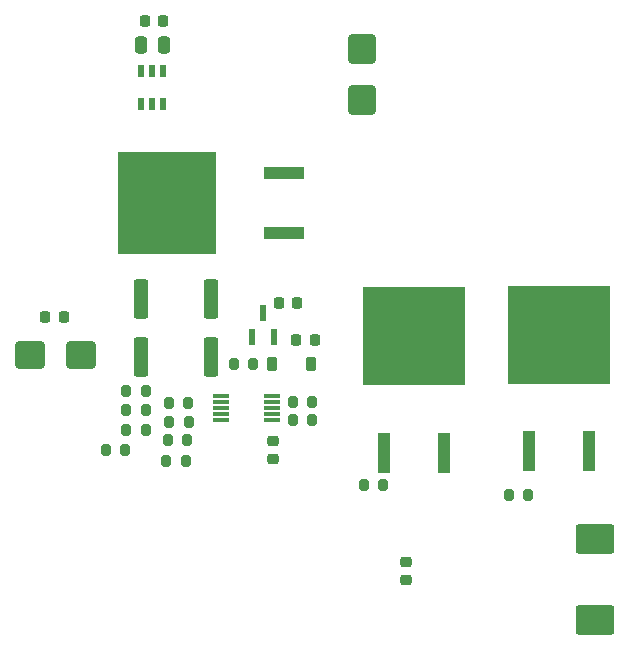
<source format=gbr>
%TF.GenerationSoftware,KiCad,Pcbnew,9.0.6*%
%TF.CreationDate,2026-01-24T10:26:07+01:00*%
%TF.ProjectId,Protection,50726f74-6563-4746-996f-6e2e6b696361,rev?*%
%TF.SameCoordinates,Original*%
%TF.FileFunction,Paste,Top*%
%TF.FilePolarity,Positive*%
%FSLAX46Y46*%
G04 Gerber Fmt 4.6, Leading zero omitted, Abs format (unit mm)*
G04 Created by KiCad (PCBNEW 9.0.6) date 2026-01-24 10:26:07*
%MOMM*%
%LPD*%
G01*
G04 APERTURE LIST*
G04 Aperture macros list*
%AMRoundRect*
0 Rectangle with rounded corners*
0 $1 Rounding radius*
0 $2 $3 $4 $5 $6 $7 $8 $9 X,Y pos of 4 corners*
0 Add a 4 corners polygon primitive as box body*
4,1,4,$2,$3,$4,$5,$6,$7,$8,$9,$2,$3,0*
0 Add four circle primitives for the rounded corners*
1,1,$1+$1,$2,$3*
1,1,$1+$1,$4,$5*
1,1,$1+$1,$6,$7*
1,1,$1+$1,$8,$9*
0 Add four rect primitives between the rounded corners*
20,1,$1+$1,$2,$3,$4,$5,0*
20,1,$1+$1,$4,$5,$6,$7,0*
20,1,$1+$1,$6,$7,$8,$9,0*
20,1,$1+$1,$8,$9,$2,$3,0*%
G04 Aperture macros list end*
%ADD10C,0.000000*%
%ADD11R,0.558800X1.320800*%
%ADD12R,1.371600X0.330200*%
%ADD13R,0.599999X1.000000*%
%ADD14R,1.000000X3.500001*%
%ADD15R,8.650001X8.400002*%
%ADD16R,3.500001X1.000000*%
%ADD17R,8.400002X8.650001*%
%ADD18RoundRect,0.250000X-0.362500X-1.425000X0.362500X-1.425000X0.362500X1.425000X-0.362500X1.425000X0*%
%ADD19RoundRect,0.225000X-0.250000X0.225000X-0.250000X-0.225000X0.250000X-0.225000X0.250000X0.225000X0*%
%ADD20RoundRect,0.200000X0.200000X0.275000X-0.200000X0.275000X-0.200000X-0.275000X0.200000X-0.275000X0*%
%ADD21RoundRect,0.250000X-0.250000X-0.475000X0.250000X-0.475000X0.250000X0.475000X-0.250000X0.475000X0*%
%ADD22RoundRect,0.225000X-0.225000X-0.250000X0.225000X-0.250000X0.225000X0.250000X-0.225000X0.250000X0*%
%ADD23RoundRect,0.250000X0.900000X-1.000000X0.900000X1.000000X-0.900000X1.000000X-0.900000X-1.000000X0*%
%ADD24RoundRect,0.200000X-0.200000X-0.275000X0.200000X-0.275000X0.200000X0.275000X-0.200000X0.275000X0*%
%ADD25RoundRect,0.225000X0.225000X0.250000X-0.225000X0.250000X-0.225000X-0.250000X0.225000X-0.250000X0*%
%ADD26RoundRect,0.250000X1.000000X0.900000X-1.000000X0.900000X-1.000000X-0.900000X1.000000X-0.900000X0*%
%ADD27RoundRect,0.225000X-0.225000X-0.375000X0.225000X-0.375000X0.225000X0.375000X-0.225000X0.375000X0*%
%ADD28RoundRect,0.250000X-1.400000X-1.000000X1.400000X-1.000000X1.400000X1.000000X-1.400000X1.000000X0*%
G04 APERTURE END LIST*
D10*
%TO.C,Q3*%
G36*
X124599999Y-87489997D02*
G01*
X123639998Y-87489997D01*
X123639998Y-86409997D01*
X124599999Y-86409997D01*
X124599999Y-87489997D01*
G37*
G36*
X125879999Y-87489997D02*
G01*
X124919998Y-87489997D01*
X124919998Y-86409997D01*
X125879999Y-86409997D01*
X125879999Y-87489997D01*
G37*
G36*
X127159999Y-87489997D02*
G01*
X126199998Y-87489997D01*
X126199998Y-86409997D01*
X127159999Y-86409997D01*
X127159999Y-87489997D01*
G37*
G36*
X128439999Y-87489997D02*
G01*
X127479998Y-87489997D01*
X127479998Y-86409997D01*
X128439999Y-86409997D01*
X128439999Y-87489997D01*
G37*
G36*
X129719999Y-87489997D02*
G01*
X128759998Y-87489997D01*
X128759998Y-86409997D01*
X129719999Y-86409997D01*
X129719999Y-87489997D01*
G37*
G36*
X130999999Y-87489997D02*
G01*
X130039998Y-87489997D01*
X130039998Y-86409997D01*
X130999999Y-86409997D01*
X130999999Y-87489997D01*
G37*
G36*
X132279999Y-87489997D02*
G01*
X131319998Y-87489997D01*
X131319998Y-86409997D01*
X132279999Y-86409997D01*
X132279999Y-87489997D01*
G37*
G36*
X124599999Y-86209998D02*
G01*
X123639998Y-86209998D01*
X123639998Y-85129997D01*
X124599999Y-85129997D01*
X124599999Y-86209998D01*
G37*
G36*
X125879999Y-86209998D02*
G01*
X124919998Y-86209998D01*
X124919998Y-85129997D01*
X125879999Y-85129997D01*
X125879999Y-86209998D01*
G37*
G36*
X127159999Y-86209998D02*
G01*
X126199998Y-86209998D01*
X126199998Y-85129997D01*
X127159999Y-85129997D01*
X127159999Y-86209998D01*
G37*
G36*
X128439999Y-86209998D02*
G01*
X127479998Y-86209998D01*
X127479998Y-85129997D01*
X128439999Y-85129997D01*
X128439999Y-86209998D01*
G37*
G36*
X129719999Y-86209998D02*
G01*
X128759998Y-86209998D01*
X128759998Y-85129997D01*
X129719999Y-85129997D01*
X129719999Y-86209998D01*
G37*
G36*
X130999999Y-86209998D02*
G01*
X130039998Y-86209998D01*
X130039998Y-85129997D01*
X130999999Y-85129997D01*
X130999999Y-86209998D01*
G37*
G36*
X132279999Y-86209998D02*
G01*
X131319998Y-86209998D01*
X131319998Y-85129997D01*
X132279999Y-85129997D01*
X132279999Y-86209998D01*
G37*
G36*
X124599999Y-84929998D02*
G01*
X123639998Y-84929998D01*
X123639998Y-83849997D01*
X124599999Y-83849997D01*
X124599999Y-84929998D01*
G37*
G36*
X125879999Y-84929998D02*
G01*
X124919998Y-84929998D01*
X124919998Y-83849997D01*
X125879999Y-83849997D01*
X125879999Y-84929998D01*
G37*
G36*
X127159999Y-84929998D02*
G01*
X126199998Y-84929998D01*
X126199998Y-83849997D01*
X127159999Y-83849997D01*
X127159999Y-84929998D01*
G37*
G36*
X128439999Y-84929998D02*
G01*
X127479998Y-84929998D01*
X127479998Y-83849997D01*
X128439999Y-83849997D01*
X128439999Y-84929998D01*
G37*
G36*
X129719999Y-84929998D02*
G01*
X128759998Y-84929998D01*
X128759998Y-83849997D01*
X129719999Y-83849997D01*
X129719999Y-84929998D01*
G37*
G36*
X130999999Y-84929998D02*
G01*
X130039998Y-84929998D01*
X130039998Y-83849997D01*
X130999999Y-83849997D01*
X130999999Y-84929998D01*
G37*
G36*
X132279999Y-84929998D02*
G01*
X131319998Y-84929998D01*
X131319998Y-83849997D01*
X132279999Y-83849997D01*
X132279999Y-84929998D01*
G37*
G36*
X124599999Y-83650000D02*
G01*
X123639998Y-83650000D01*
X123639998Y-82570000D01*
X124599999Y-82570000D01*
X124599999Y-83650000D01*
G37*
G36*
X125879999Y-83650000D02*
G01*
X124919998Y-83650000D01*
X124919998Y-82570000D01*
X125879999Y-82570000D01*
X125879999Y-83650000D01*
G37*
G36*
X127159999Y-83650000D02*
G01*
X126199998Y-83650000D01*
X126199998Y-82570000D01*
X127159999Y-82570000D01*
X127159999Y-83650000D01*
G37*
G36*
X128439999Y-83650000D02*
G01*
X127479998Y-83650000D01*
X127479998Y-82570000D01*
X128439999Y-82570000D01*
X128439999Y-83650000D01*
G37*
G36*
X129719999Y-83650000D02*
G01*
X128759998Y-83650000D01*
X128759998Y-82570000D01*
X129719999Y-82570000D01*
X129719999Y-83650000D01*
G37*
G36*
X130999999Y-83650000D02*
G01*
X130039998Y-83650000D01*
X130039998Y-82570000D01*
X130999999Y-82570000D01*
X130999999Y-83650000D01*
G37*
G36*
X132279999Y-83650000D02*
G01*
X131319998Y-83650000D01*
X131319998Y-82570000D01*
X132279999Y-82570000D01*
X132279999Y-83650000D01*
G37*
G36*
X124599999Y-82370000D02*
G01*
X123639998Y-82370000D01*
X123639998Y-81290000D01*
X124599999Y-81290000D01*
X124599999Y-82370000D01*
G37*
G36*
X125879999Y-82370000D02*
G01*
X124919998Y-82370000D01*
X124919998Y-81290000D01*
X125879999Y-81290000D01*
X125879999Y-82370000D01*
G37*
G36*
X127159999Y-82370000D02*
G01*
X126199998Y-82370000D01*
X126199998Y-81290000D01*
X127159999Y-81290000D01*
X127159999Y-82370000D01*
G37*
G36*
X128439999Y-82370000D02*
G01*
X127479998Y-82370000D01*
X127479998Y-81290000D01*
X128439999Y-81290000D01*
X128439999Y-82370000D01*
G37*
G36*
X129719999Y-82370000D02*
G01*
X128759998Y-82370000D01*
X128759998Y-81290000D01*
X129719999Y-81290000D01*
X129719999Y-82370000D01*
G37*
G36*
X130999999Y-82370000D02*
G01*
X130039998Y-82370000D01*
X130039998Y-81290000D01*
X130999999Y-81290000D01*
X130999999Y-82370000D01*
G37*
G36*
X132279999Y-82370000D02*
G01*
X131319998Y-82370000D01*
X131319998Y-81290000D01*
X132279999Y-81290000D01*
X132279999Y-82370000D01*
G37*
G36*
X124599999Y-81090000D02*
G01*
X123639998Y-81090000D01*
X123639998Y-80010000D01*
X124599999Y-80010000D01*
X124599999Y-81090000D01*
G37*
G36*
X125879999Y-81090000D02*
G01*
X124919998Y-81090000D01*
X124919998Y-80010000D01*
X125879999Y-80010000D01*
X125879999Y-81090000D01*
G37*
G36*
X127159999Y-81090000D02*
G01*
X126199998Y-81090000D01*
X126199998Y-80010000D01*
X127159999Y-80010000D01*
X127159999Y-81090000D01*
G37*
G36*
X128439999Y-81090000D02*
G01*
X127479998Y-81090000D01*
X127479998Y-80010000D01*
X128439999Y-80010000D01*
X128439999Y-81090000D01*
G37*
G36*
X129719999Y-81090000D02*
G01*
X128759998Y-81090000D01*
X128759998Y-80010000D01*
X129719999Y-80010000D01*
X129719999Y-81090000D01*
G37*
G36*
X130999999Y-81090000D02*
G01*
X130039998Y-81090000D01*
X130039998Y-80010000D01*
X130999999Y-80010000D01*
X130999999Y-81090000D01*
G37*
G36*
X132279999Y-81090000D02*
G01*
X131319998Y-81090000D01*
X131319998Y-80010000D01*
X132279999Y-80010000D01*
X132279999Y-81090000D01*
G37*
%TO.C,Q2*%
G36*
X112349999Y-87589997D02*
G01*
X111389998Y-87589997D01*
X111389998Y-86509997D01*
X112349999Y-86509997D01*
X112349999Y-87589997D01*
G37*
G36*
X113629999Y-87589997D02*
G01*
X112669998Y-87589997D01*
X112669998Y-86509997D01*
X113629999Y-86509997D01*
X113629999Y-87589997D01*
G37*
G36*
X114909999Y-87589997D02*
G01*
X113949998Y-87589997D01*
X113949998Y-86509997D01*
X114909999Y-86509997D01*
X114909999Y-87589997D01*
G37*
G36*
X116189999Y-87589997D02*
G01*
X115229998Y-87589997D01*
X115229998Y-86509997D01*
X116189999Y-86509997D01*
X116189999Y-87589997D01*
G37*
G36*
X117469999Y-87589997D02*
G01*
X116509998Y-87589997D01*
X116509998Y-86509997D01*
X117469999Y-86509997D01*
X117469999Y-87589997D01*
G37*
G36*
X118749999Y-87589997D02*
G01*
X117789998Y-87589997D01*
X117789998Y-86509997D01*
X118749999Y-86509997D01*
X118749999Y-87589997D01*
G37*
G36*
X120029999Y-87589997D02*
G01*
X119069998Y-87589997D01*
X119069998Y-86509997D01*
X120029999Y-86509997D01*
X120029999Y-87589997D01*
G37*
G36*
X112349999Y-86309998D02*
G01*
X111389998Y-86309998D01*
X111389998Y-85229997D01*
X112349999Y-85229997D01*
X112349999Y-86309998D01*
G37*
G36*
X113629999Y-86309998D02*
G01*
X112669998Y-86309998D01*
X112669998Y-85229997D01*
X113629999Y-85229997D01*
X113629999Y-86309998D01*
G37*
G36*
X114909999Y-86309998D02*
G01*
X113949998Y-86309998D01*
X113949998Y-85229997D01*
X114909999Y-85229997D01*
X114909999Y-86309998D01*
G37*
G36*
X116189999Y-86309998D02*
G01*
X115229998Y-86309998D01*
X115229998Y-85229997D01*
X116189999Y-85229997D01*
X116189999Y-86309998D01*
G37*
G36*
X117469999Y-86309998D02*
G01*
X116509998Y-86309998D01*
X116509998Y-85229997D01*
X117469999Y-85229997D01*
X117469999Y-86309998D01*
G37*
G36*
X118749999Y-86309998D02*
G01*
X117789998Y-86309998D01*
X117789998Y-85229997D01*
X118749999Y-85229997D01*
X118749999Y-86309998D01*
G37*
G36*
X120029999Y-86309998D02*
G01*
X119069998Y-86309998D01*
X119069998Y-85229997D01*
X120029999Y-85229997D01*
X120029999Y-86309998D01*
G37*
G36*
X112349999Y-85029998D02*
G01*
X111389998Y-85029998D01*
X111389998Y-83949997D01*
X112349999Y-83949997D01*
X112349999Y-85029998D01*
G37*
G36*
X113629999Y-85029998D02*
G01*
X112669998Y-85029998D01*
X112669998Y-83949997D01*
X113629999Y-83949997D01*
X113629999Y-85029998D01*
G37*
G36*
X114909999Y-85029998D02*
G01*
X113949998Y-85029998D01*
X113949998Y-83949997D01*
X114909999Y-83949997D01*
X114909999Y-85029998D01*
G37*
G36*
X116189999Y-85029998D02*
G01*
X115229998Y-85029998D01*
X115229998Y-83949997D01*
X116189999Y-83949997D01*
X116189999Y-85029998D01*
G37*
G36*
X117469999Y-85029998D02*
G01*
X116509998Y-85029998D01*
X116509998Y-83949997D01*
X117469999Y-83949997D01*
X117469999Y-85029998D01*
G37*
G36*
X118749999Y-85029998D02*
G01*
X117789998Y-85029998D01*
X117789998Y-83949997D01*
X118749999Y-83949997D01*
X118749999Y-85029998D01*
G37*
G36*
X120029999Y-85029998D02*
G01*
X119069998Y-85029998D01*
X119069998Y-83949997D01*
X120029999Y-83949997D01*
X120029999Y-85029998D01*
G37*
G36*
X112349999Y-83750000D02*
G01*
X111389998Y-83750000D01*
X111389998Y-82670000D01*
X112349999Y-82670000D01*
X112349999Y-83750000D01*
G37*
G36*
X113629999Y-83750000D02*
G01*
X112669998Y-83750000D01*
X112669998Y-82670000D01*
X113629999Y-82670000D01*
X113629999Y-83750000D01*
G37*
G36*
X114909999Y-83750000D02*
G01*
X113949998Y-83750000D01*
X113949998Y-82670000D01*
X114909999Y-82670000D01*
X114909999Y-83750000D01*
G37*
G36*
X116189999Y-83750000D02*
G01*
X115229998Y-83750000D01*
X115229998Y-82670000D01*
X116189999Y-82670000D01*
X116189999Y-83750000D01*
G37*
G36*
X117469999Y-83750000D02*
G01*
X116509998Y-83750000D01*
X116509998Y-82670000D01*
X117469999Y-82670000D01*
X117469999Y-83750000D01*
G37*
G36*
X118749999Y-83750000D02*
G01*
X117789998Y-83750000D01*
X117789998Y-82670000D01*
X118749999Y-82670000D01*
X118749999Y-83750000D01*
G37*
G36*
X120029999Y-83750000D02*
G01*
X119069998Y-83750000D01*
X119069998Y-82670000D01*
X120029999Y-82670000D01*
X120029999Y-83750000D01*
G37*
G36*
X112349999Y-82470000D02*
G01*
X111389998Y-82470000D01*
X111389998Y-81390000D01*
X112349999Y-81390000D01*
X112349999Y-82470000D01*
G37*
G36*
X113629999Y-82470000D02*
G01*
X112669998Y-82470000D01*
X112669998Y-81390000D01*
X113629999Y-81390000D01*
X113629999Y-82470000D01*
G37*
G36*
X114909999Y-82470000D02*
G01*
X113949998Y-82470000D01*
X113949998Y-81390000D01*
X114909999Y-81390000D01*
X114909999Y-82470000D01*
G37*
G36*
X116189999Y-82470000D02*
G01*
X115229998Y-82470000D01*
X115229998Y-81390000D01*
X116189999Y-81390000D01*
X116189999Y-82470000D01*
G37*
G36*
X117469999Y-82470000D02*
G01*
X116509998Y-82470000D01*
X116509998Y-81390000D01*
X117469999Y-81390000D01*
X117469999Y-82470000D01*
G37*
G36*
X118749999Y-82470000D02*
G01*
X117789998Y-82470000D01*
X117789998Y-81390000D01*
X118749999Y-81390000D01*
X118749999Y-82470000D01*
G37*
G36*
X120029999Y-82470000D02*
G01*
X119069998Y-82470000D01*
X119069998Y-81390000D01*
X120029999Y-81390000D01*
X120029999Y-82470000D01*
G37*
G36*
X112349999Y-81190000D02*
G01*
X111389998Y-81190000D01*
X111389998Y-80110000D01*
X112349999Y-80110000D01*
X112349999Y-81190000D01*
G37*
G36*
X113629999Y-81190000D02*
G01*
X112669998Y-81190000D01*
X112669998Y-80110000D01*
X113629999Y-80110000D01*
X113629999Y-81190000D01*
G37*
G36*
X114909999Y-81190000D02*
G01*
X113949998Y-81190000D01*
X113949998Y-80110000D01*
X114909999Y-80110000D01*
X114909999Y-81190000D01*
G37*
G36*
X116189999Y-81190000D02*
G01*
X115229998Y-81190000D01*
X115229998Y-80110000D01*
X116189999Y-80110000D01*
X116189999Y-81190000D01*
G37*
G36*
X117469999Y-81190000D02*
G01*
X116509998Y-81190000D01*
X116509998Y-80110000D01*
X117469999Y-80110000D01*
X117469999Y-81190000D01*
G37*
G36*
X118749999Y-81190000D02*
G01*
X117789998Y-81190000D01*
X117789998Y-80110000D01*
X118749999Y-80110000D01*
X118749999Y-81190000D01*
G37*
G36*
X120029999Y-81190000D02*
G01*
X119069998Y-81190000D01*
X119069998Y-80110000D01*
X120029999Y-80110000D01*
X120029999Y-81190000D01*
G37*
%TO.C,Q1*%
G36*
X92140000Y-69280002D02*
G01*
X91060000Y-69280002D01*
X91060000Y-68320001D01*
X92140000Y-68320001D01*
X92140000Y-69280002D01*
G37*
G36*
X92140000Y-70560002D02*
G01*
X91060000Y-70560002D01*
X91060000Y-69600001D01*
X92140000Y-69600001D01*
X92140000Y-70560002D01*
G37*
G36*
X92140000Y-71840002D02*
G01*
X91060000Y-71840002D01*
X91060000Y-70880001D01*
X92140000Y-70880001D01*
X92140000Y-71840002D01*
G37*
G36*
X92140000Y-73120002D02*
G01*
X91060000Y-73120002D01*
X91060000Y-72160001D01*
X92140000Y-72160001D01*
X92140000Y-73120002D01*
G37*
G36*
X92140000Y-74400002D02*
G01*
X91060000Y-74400002D01*
X91060000Y-73440001D01*
X92140000Y-73440001D01*
X92140000Y-74400002D01*
G37*
G36*
X92140000Y-75680002D02*
G01*
X91060000Y-75680002D01*
X91060000Y-74720001D01*
X92140000Y-74720001D01*
X92140000Y-75680002D01*
G37*
G36*
X92140000Y-76960002D02*
G01*
X91060000Y-76960002D01*
X91060000Y-76000001D01*
X92140000Y-76000001D01*
X92140000Y-76960002D01*
G37*
G36*
X93420000Y-69280002D02*
G01*
X92340000Y-69280002D01*
X92340000Y-68320001D01*
X93420000Y-68320001D01*
X93420000Y-69280002D01*
G37*
G36*
X93420000Y-70560002D02*
G01*
X92340000Y-70560002D01*
X92340000Y-69600001D01*
X93420000Y-69600001D01*
X93420000Y-70560002D01*
G37*
G36*
X93420000Y-71840002D02*
G01*
X92340000Y-71840002D01*
X92340000Y-70880001D01*
X93420000Y-70880001D01*
X93420000Y-71840002D01*
G37*
G36*
X93420000Y-73120002D02*
G01*
X92340000Y-73120002D01*
X92340000Y-72160001D01*
X93420000Y-72160001D01*
X93420000Y-73120002D01*
G37*
G36*
X93420000Y-74400002D02*
G01*
X92340000Y-74400002D01*
X92340000Y-73440001D01*
X93420000Y-73440001D01*
X93420000Y-74400002D01*
G37*
G36*
X93420000Y-75680002D02*
G01*
X92340000Y-75680002D01*
X92340000Y-74720001D01*
X93420000Y-74720001D01*
X93420000Y-75680002D01*
G37*
G36*
X93420000Y-76960002D02*
G01*
X92340000Y-76960002D01*
X92340000Y-76000001D01*
X93420000Y-76000001D01*
X93420000Y-76960002D01*
G37*
G36*
X94700000Y-69280002D02*
G01*
X93620000Y-69280002D01*
X93620000Y-68320001D01*
X94700000Y-68320001D01*
X94700000Y-69280002D01*
G37*
G36*
X94700000Y-70560002D02*
G01*
X93620000Y-70560002D01*
X93620000Y-69600001D01*
X94700000Y-69600001D01*
X94700000Y-70560002D01*
G37*
G36*
X94700000Y-71840002D02*
G01*
X93620000Y-71840002D01*
X93620000Y-70880001D01*
X94700000Y-70880001D01*
X94700000Y-71840002D01*
G37*
G36*
X94700000Y-73120002D02*
G01*
X93620000Y-73120002D01*
X93620000Y-72160001D01*
X94700000Y-72160001D01*
X94700000Y-73120002D01*
G37*
G36*
X94700000Y-74400002D02*
G01*
X93620000Y-74400002D01*
X93620000Y-73440001D01*
X94700000Y-73440001D01*
X94700000Y-74400002D01*
G37*
G36*
X94700000Y-75680002D02*
G01*
X93620000Y-75680002D01*
X93620000Y-74720001D01*
X94700000Y-74720001D01*
X94700000Y-75680002D01*
G37*
G36*
X94700000Y-76960002D02*
G01*
X93620000Y-76960002D01*
X93620000Y-76000001D01*
X94700000Y-76000001D01*
X94700000Y-76960002D01*
G37*
G36*
X95979998Y-69280002D02*
G01*
X94899997Y-69280002D01*
X94899997Y-68320001D01*
X95979998Y-68320001D01*
X95979998Y-69280002D01*
G37*
G36*
X95979998Y-70560002D02*
G01*
X94899997Y-70560002D01*
X94899997Y-69600001D01*
X95979998Y-69600001D01*
X95979998Y-70560002D01*
G37*
G36*
X95979998Y-71840002D02*
G01*
X94899997Y-71840002D01*
X94899997Y-70880001D01*
X95979998Y-70880001D01*
X95979998Y-71840002D01*
G37*
G36*
X95979998Y-73120002D02*
G01*
X94899997Y-73120002D01*
X94899997Y-72160001D01*
X95979998Y-72160001D01*
X95979998Y-73120002D01*
G37*
G36*
X95979998Y-74400002D02*
G01*
X94899997Y-74400002D01*
X94899997Y-73440001D01*
X95979998Y-73440001D01*
X95979998Y-74400002D01*
G37*
G36*
X95979998Y-75680002D02*
G01*
X94899997Y-75680002D01*
X94899997Y-74720001D01*
X95979998Y-74720001D01*
X95979998Y-75680002D01*
G37*
G36*
X95979998Y-76960002D02*
G01*
X94899997Y-76960002D01*
X94899997Y-76000001D01*
X95979998Y-76000001D01*
X95979998Y-76960002D01*
G37*
G36*
X97259998Y-69280002D02*
G01*
X96179997Y-69280002D01*
X96179997Y-68320001D01*
X97259998Y-68320001D01*
X97259998Y-69280002D01*
G37*
G36*
X97259998Y-70560002D02*
G01*
X96179997Y-70560002D01*
X96179997Y-69600001D01*
X97259998Y-69600001D01*
X97259998Y-70560002D01*
G37*
G36*
X97259998Y-71840002D02*
G01*
X96179997Y-71840002D01*
X96179997Y-70880001D01*
X97259998Y-70880001D01*
X97259998Y-71840002D01*
G37*
G36*
X97259998Y-73120002D02*
G01*
X96179997Y-73120002D01*
X96179997Y-72160001D01*
X97259998Y-72160001D01*
X97259998Y-73120002D01*
G37*
G36*
X97259998Y-74400002D02*
G01*
X96179997Y-74400002D01*
X96179997Y-73440001D01*
X97259998Y-73440001D01*
X97259998Y-74400002D01*
G37*
G36*
X97259998Y-75680002D02*
G01*
X96179997Y-75680002D01*
X96179997Y-74720001D01*
X97259998Y-74720001D01*
X97259998Y-75680002D01*
G37*
G36*
X97259998Y-76960002D02*
G01*
X96179997Y-76960002D01*
X96179997Y-76000001D01*
X97259998Y-76000001D01*
X97259998Y-76960002D01*
G37*
G36*
X98539997Y-69280002D02*
G01*
X97459997Y-69280002D01*
X97459997Y-68320001D01*
X98539997Y-68320001D01*
X98539997Y-69280002D01*
G37*
G36*
X98539997Y-70560002D02*
G01*
X97459997Y-70560002D01*
X97459997Y-69600001D01*
X98539997Y-69600001D01*
X98539997Y-70560002D01*
G37*
G36*
X98539997Y-71840002D02*
G01*
X97459997Y-71840002D01*
X97459997Y-70880001D01*
X98539997Y-70880001D01*
X98539997Y-71840002D01*
G37*
G36*
X98539997Y-73120002D02*
G01*
X97459997Y-73120002D01*
X97459997Y-72160001D01*
X98539997Y-72160001D01*
X98539997Y-73120002D01*
G37*
G36*
X98539997Y-74400002D02*
G01*
X97459997Y-74400002D01*
X97459997Y-73440001D01*
X98539997Y-73440001D01*
X98539997Y-74400002D01*
G37*
G36*
X98539997Y-75680002D02*
G01*
X97459997Y-75680002D01*
X97459997Y-74720001D01*
X98539997Y-74720001D01*
X98539997Y-75680002D01*
G37*
G36*
X98539997Y-76960002D02*
G01*
X97459997Y-76960002D01*
X97459997Y-76000001D01*
X98539997Y-76000001D01*
X98539997Y-76960002D01*
G37*
%TD*%
D11*
%TO.C,U3*%
X101945000Y-84000000D03*
X103850000Y-84000000D03*
X102897500Y-81968000D03*
%TD*%
D12*
%TO.C,U2*%
X99302900Y-88959999D03*
X99302900Y-89460001D03*
X99302900Y-89960000D03*
X99302900Y-90459999D03*
X99302900Y-90960001D03*
X103697100Y-90960001D03*
X103697100Y-90459999D03*
X103697100Y-89960000D03*
X103697100Y-89460001D03*
X103697100Y-88959999D03*
%TD*%
D13*
%TO.C,U1*%
X94439999Y-61472323D03*
X93489998Y-61472323D03*
X92540000Y-61472323D03*
X92540000Y-64222323D03*
X93489998Y-64222323D03*
X94439999Y-64222323D03*
%TD*%
D14*
%TO.C,Q3*%
X125420000Y-93650000D03*
D15*
X127960000Y-83750000D03*
D14*
X130500000Y-93650000D03*
%TD*%
%TO.C,Q2*%
X113170000Y-93750000D03*
D15*
X115710000Y-83850000D03*
D14*
X118250000Y-93750000D03*
%TD*%
D16*
%TO.C,Q1*%
X104700000Y-70100000D03*
D17*
X94800000Y-72640000D03*
D16*
X104700000Y-75180000D03*
%TD*%
D18*
%TO.C,R9*%
X92575000Y-80750000D03*
X98500000Y-80750000D03*
%TD*%
D19*
%TO.C,C8*%
X115040000Y-102975000D03*
X115040000Y-104525000D03*
%TD*%
D20*
%TO.C,R4*%
X91250000Y-93500000D03*
X89600000Y-93500000D03*
%TD*%
D21*
%TO.C,C3*%
X92590000Y-59222323D03*
X94490000Y-59222323D03*
%TD*%
D22*
%TO.C,C9*%
X104225000Y-81100000D03*
X105775000Y-81100000D03*
%TD*%
D20*
%TO.C,R1*%
X92975000Y-88500000D03*
X91325000Y-88500000D03*
%TD*%
%TO.C,R12*%
X125360000Y-97350000D03*
X123710000Y-97350000D03*
%TD*%
D23*
%TO.C,D1*%
X111300000Y-63882323D03*
X111300000Y-59582323D03*
%TD*%
D24*
%TO.C,R2*%
X91300000Y-90100000D03*
X92950000Y-90100000D03*
%TD*%
D25*
%TO.C,C5*%
X86025000Y-82250000D03*
X84475000Y-82250000D03*
%TD*%
D24*
%TO.C,R15*%
X100425000Y-86250000D03*
X102075000Y-86250000D03*
%TD*%
D25*
%TO.C,C10*%
X107275000Y-84250000D03*
X105725000Y-84250000D03*
%TD*%
D20*
%TO.C,R11*%
X113075000Y-96500000D03*
X111425000Y-96500000D03*
%TD*%
D18*
%TO.C,R10*%
X92575000Y-85660000D03*
X98500000Y-85660000D03*
%TD*%
D26*
%TO.C,D2*%
X87450000Y-85500000D03*
X83150000Y-85500000D03*
%TD*%
D20*
%TO.C,R7*%
X96500000Y-92700000D03*
X94850000Y-92700000D03*
%TD*%
D27*
%TO.C,D4*%
X103700000Y-86250000D03*
X107000000Y-86250000D03*
%TD*%
D24*
%TO.C,R8*%
X94700000Y-94450000D03*
X96350000Y-94450000D03*
%TD*%
%TO.C,R14*%
X105425000Y-89500000D03*
X107075000Y-89500000D03*
%TD*%
%TO.C,R6*%
X94950000Y-91150000D03*
X96600000Y-91150000D03*
%TD*%
D28*
%TO.C,D3*%
X131000000Y-101100000D03*
X131000000Y-107900000D03*
%TD*%
D24*
%TO.C,R13*%
X105425000Y-91000000D03*
X107075000Y-91000000D03*
%TD*%
D20*
%TO.C,R5*%
X96575000Y-89550000D03*
X94925000Y-89550000D03*
%TD*%
D25*
%TO.C,C2*%
X94447323Y-57222323D03*
X92897323Y-57222323D03*
%TD*%
D19*
%TO.C,C6*%
X103750000Y-92725000D03*
X103750000Y-94275000D03*
%TD*%
D20*
%TO.C,R3*%
X92950000Y-91850000D03*
X91300000Y-91850000D03*
%TD*%
M02*

</source>
